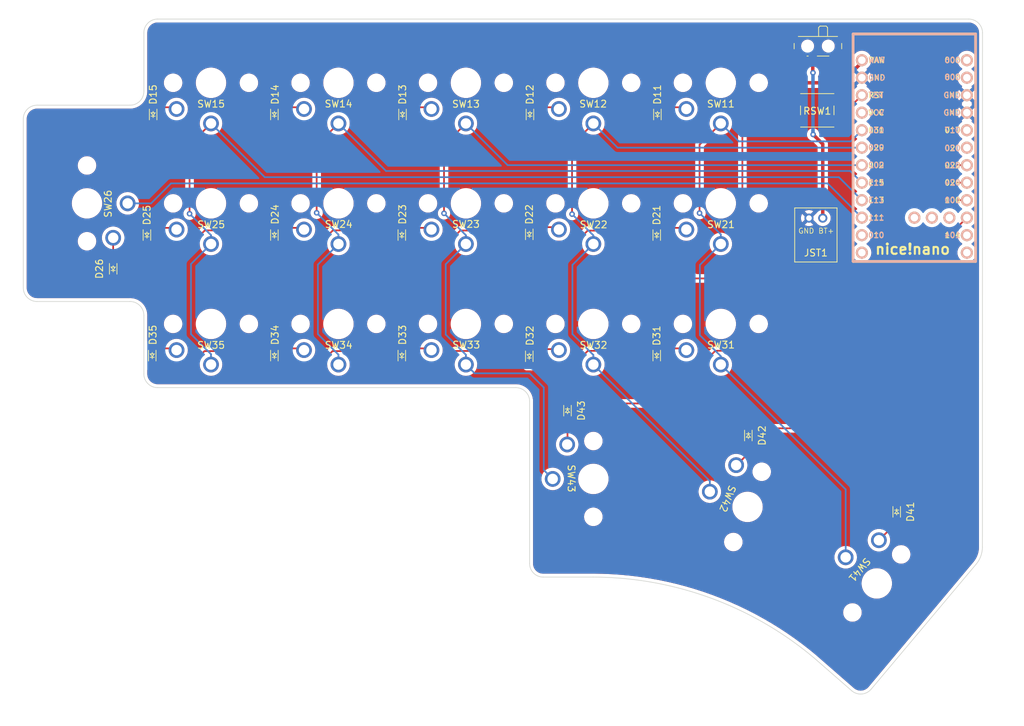
<source format=kicad_pcb>
(kicad_pcb (version 20211014) (generator pcbnew)
  (layers (0 "F.Cu" signal) (31 "B.Cu" signal) (34 "B.Paste" user) (35 "F.Paste" user) (36 "B.SilkS" user "B.Silkscreen") (37 "F.SilkS" user "F.Silkscreen") (38 "B.Mask" user) (39 "F.Mask" user) (44 "Edge.Cuts" user))
  (net 0 "")
  (net 1 "BT+")
  (net 2 "GND")
  (net 3 "row1")
  (net 4 "Net-(D11-Pad2)")
  (net 5 "Net-(D12-Pad2)")
  (net 6 "Net-(D13-Pad2)")
  (net 7 "Net-(D14-Pad2)")
  (net 8 "Net-(D15-Pad2)")
  (net 9 "row2")
  (net 10 "Net-(D21-Pad2)")
  (net 11 "Net-(D22-Pad2)")
  (net 12 "Net-(D23-Pad2)")
  (net 13 "Net-(D24-Pad2)")
  (net 14 "Net-(D25-Pad2)")
  (net 15 "Net-(D26-Pad2)")
  (net 16 "row3")
  (net 17 "Net-(D31-Pad2)")
  (net 18 "Net-(D32-Pad2)")
  (net 19 "Net-(D33-Pad2)")
  (net 20 "Net-(D34-Pad2)")
  (net 21 "Net-(D35-Pad2)")
  (net 22 "row4")
  (net 23 "Net-(D41-Pad2)")
  (net 24 "Net-(D42-Pad2)")
  (net 25 "Net-(D43-Pad2)")
  (net 27 "VCC")
  (net 28 "reset")
  (net 29 "col1")
  (net 30 "col2")
  (net 31 "col3")
  (net 32 "col4")
  (net 33 "col5")
  (net 34 "col6")
  (net 36 "raw")
  (footprint "karn-kicad:kailh-choc-v1-1u-MBK-keycap" (layer "F.Cu") (at 94.5 57.5)
    (fp_text reference "SW24")
    (fp_text value "SW_Push" hide)
  )
  (footprint "karn-kicad:kailh-choc-v1-1u-MBK-keycap" (layer "F.Cu") (at 131.5 57.5)
    (fp_text reference "SW22")
    (fp_text value "SW_Push" hide)
  )
  (footprint "karn-kicad:diode-smd-1N4148X-TP" (layer "F.Cu") (at 140.7 79.5985 90)
    (fp_text reference "D31")
    (fp_text value "D" hide)
  )
  (footprint "karn-kicad:kailh-choc-v1-1_5u-MBK-keycap" (layer "F.Cu") (at 131.5 97.5 -90)
    (fp_text reference "SW43")
    (fp_text value "SW_Push1.5" hide)
  )
  (footprint "karn-kicad:kailh-choc-v1-1u-MBK-keycap" (layer "F.Cu") (at 131.5 40)
    (fp_text reference "SW12")
    (fp_text value "SW_Push" hide)
  )
  (footprint "karn-kicad:diode-smd-1N4148X-TP" (layer "F.Cu") (at 85.2 62.1 90)
    (fp_text reference "D24")
    (fp_text value "D" hide)
  )
  (footprint "karn-kicad:kailh-choc-v1-1u-MBK-keycap" (layer "F.Cu") (at 113 40)
    (fp_text reference "SW13")
    (fp_text value "SW_Push" hide)
  )
  (footprint "karn-kicad:diode-smd-1N4148X-TP" (layer "F.Cu") (at 140.7 62.1 90)
    (fp_text reference "D21")
    (fp_text value "D" hide)
  )
  (footprint "karn-kicad:kailh-choc-v1-1_5u-MBK-keycap" (layer "F.Cu") (at 58.000256 57.5 90)
    (fp_text reference "SW26")
    (fp_text value "SW_Push1.5" hide)
  )
  (footprint "karn-kicad:battery-connector-S2B-PH-K-SLFSN" (layer "F.Cu") (at 162.8 59.639206)
    (fp_text reference "JST1")
    (fp_text value "CONN_S2B-PH-K-S_JST" hide)
  )
  (footprint "nice-nano-kicad-master:nice_nano" (layer "F.Cu") (at 178.212809 49.46675)
    (fp_text reference "U1" hide)
    (fp_text value "nice!nano v2" hide)
  )
  (footprint "karn-kicad:kailh-choc-v1-1u-MBK-keycap" (layer "F.Cu") (at 150 57.5)
    (fp_text reference "SW21")
    (fp_text value "SW_Push" hide)
  )
  (footprint "karn-kicad:kailh-choc-v1-1u-MBK-keycap" (layer "F.Cu") (at 94.5 75)
    (fp_text reference "SW34")
    (fp_text value "SW_Push" hide)
  )
  (footprint "karn-kicad:diode-smd-1N4148X-TP" (layer "F.Cu") (at 85.2 44.6 90)
    (fp_text reference "D14")
    (fp_text value "D" hide)
  )
  (footprint "karn-kicad:kailh-choc-v1-1u-MBK-keycap" (layer "F.Cu") (at 150 75)
    (fp_text reference "SW31")
    (fp_text value "SW_Push" hide)
  )
  (footprint "karn-kicad:diode-smd-1N4148X-TP" (layer "F.Cu") (at 154 91.2 -90)
    (fp_text reference "D42")
    (fp_text value "D" hide)
  )
  (footprint "karn-kicad:diode-smd-1N4148X-TP" (layer "F.Cu") (at 61.8 67 90)
    (fp_text reference "D26")
    (fp_text value "D" hide)
  )
  (footprint "karn-kicad:kailh-choc-v1-1u-MBK-keycap" (layer "F.Cu") (at 76 57.5)
    (fp_text reference "SW25")
    (fp_text value "SW_Push" hide)
  )
  (footprint "karn-kicad:kailh-choc-v1-1_5u-MBK-keycap" (layer "F.Cu") (at 153.879011 101.559149 -112)
    (fp_text reference "SW42")
    (fp_text value "SW_Push1.5" hide)
  )
  (footprint "karn-kicad:kailh-choc-v1-1_5u-MBK-keycap" (layer "F.Cu") (at 172.644734 112.671401 -130)
    (fp_text reference "SW41")
    (fp_text value "SW_Push1.5" hide)
  )
  (footprint "karn-kicad:diode-smd-1N4148X-TP" (layer "F.Cu") (at 67.46943 79.6 90)
    (fp_text reference "D35")
    (fp_text value "D" hide)
  )
  (footprint "karn-kicad:kailh-choc-v1-1u-MBK-keycap" (layer "F.Cu") (at 113 57.5)
    (fp_text reference "SW23")
    (fp_text value "SW_Push" hide)
  )
  (footprint "karn-kicad:kailh-choc-v1-1u-MBK-keycap" (layer "F.Cu") (at 94.5 40)
    (fp_text reference "SW14")
    (fp_text value "SW_Push" hide)
  )
  (footprint "karn-kicad:kailh-choc-v1-1u-MBK-keycap" (layer "F.Cu") (at 113 75)
    (fp_text reference "SW33")
    (fp_text value "SW_Push" hide)
  )
  (footprint "karn-kicad:diode-smd-1N4148X-TP" (layer "F.Cu") (at 127.746341 87.590674 -90)
    (fp_text reference "D43")
    (fp_text value "D" hide)
  )
  (footprint "karn-kicad:diode-smd-1N4148X-TP" (layer "F.Cu") (at 175.529717 102.277786 -90)
    (fp_text reference "D41")
    (fp_text value "D" hide)
  )
  (footprint "karn-kicad:diode-smd-1N4148X-TP" (layer "F.Cu") (at 103.7 79.6 90)
    (fp_text reference "D33")
    (fp_text value "D" hide)
  )
  (footprint "karn-kicad:diode-smd-1N4148X-TP" (layer "F.Cu") (at 122.2 61.9985 90)
    (fp_text reference "D22")
    (fp_text value "D" hide)
  )
  (footprint "karn-kicad:diode-smd-1N4148X-TP" (layer "F.Cu") (at 140.8 44.6 90)
    (fp_text reference "D11")
    (fp_text value "D" hide)
  )
  (footprint "karn-kicad:diode-smd-1N4148X-TP" (layer "F.Cu") (at 103.8 44.6 90)
    (fp_text reference "D13")
    (fp_text value "D" hide)
  )
  (footprint "karn-kicad:diode-smd-1N4148X-TP" (layer "F.Cu") (at 85.2 79.6 90)
    (fp_text reference "D34")
    (fp_text value "D" hide)
  )
  (footprint "karn-kicad:kailh-choc-v1-1u-MBK-keycap" (layer "F.Cu") (at 76 75)
    (fp_text reference "SW35")
    (fp_text value "SW_Push" hide)
  )
  (footprint "karn-kicad:reset-switch-TL3313AF250QG" (layer "F.Cu") (at 164 44)
    (fp_text reference "RSW1")
    (fp_text value "RSW_Push" hide)
  )
  (footprint "karn-kicad:diode-smd-1N4148X-TP" (layer "F.Cu") (at 122.3 44.6 90)
    (fp_text reference "D12")
    (fp_text value "D" hide)
  )
  (footprint "karn-kicad:kailh-choc-v1-1u-MBK-keycap" (layer "F.Cu") (at 131.5 75)
    (fp_text reference "SW32")
    (fp_text value "SW_Push" hide)
  )
  (footprint "Button_Switch_SMD:SW_SPDT_PCM12" (layer "F.Cu") (at 164.1 35 180)
    (fp_text reference "SW_POWER1" hide)
    (fp_text value "SW_SPDT" hide)
  )
  (footprint "karn-kicad:kailh-choc-v1-1u-MBK-keycap" (layer "F.Cu") (at 76 40)
    (fp_text reference "SW15")
    (fp_text value "SW_Push" hide)
  )
  (footprint "karn-kicad:diode-smd-1N4148X-TP" (layer "F.Cu") (at 103.7 62.1 90)
    (fp_text reference "D23")
    (fp_text value "D" hide)
  )
  (footprint "karn-kicad:diode-smd-1N4148X-TP" (layer "F.Cu") (at 122.2 79.7 90)
    (fp_text reference "D32")
    (fp_text value "D" hide)
  )
  (footprint "karn-kicad:kailh-choc-v1-1u-MBK-keycap" (layer "F.Cu") (at 150 40)
    (fp_text reference "SW11")
    (fp_text value "SW_Push" hide)
  )
  (footprint "karn-kicad:diode-smd-1N4148X-TP" (layer "F.Cu") (at 67.598338 44.6 90)
    (fp_text reference "D15")
    (fp_text value "D" hide)
  )
  (footprint "karn-kicad:diode-smd-1N4148X-TP" (layer "F.Cu") (at 66.7 62.1 90)
    (fp_text reference "D25")
    (fp_text value "D" hide)
  )
  (gr_arc (start 68.250287 84.249914) (mid 66.836073 83.664128) (end 66.250287 82.249914) (layer "Edge.Cuts") (width 0.1))
  (gr_line (start 187.070038 109.87051) (end 171.832641 128.012978) (layer "Edge.Cuts") (width 0.1))
  (gr_line (start 64.250287 71.749914) (end 50.750287 71.749914) (layer "Edge.Cuts") (width 0.1))
  (gr_line (start 187.975163 107.370511) (end 187.990287 32.749914) (layer "Edge.Cuts") (width 0.1))
  (gr_line (start 50.750287 43.249914) (end 64.250287 43.249914) (layer "Edge.Cuts") (width 0.1))
  (gr_arc (start 124.220039 111.749914) (mid 122.816468 111.162277) (end 122.250287 109.749914) (layer "Edge.Cuts") (width 0.1))
  (gr_arc (start 187.975163 107.370511) (mid 187.741913 108.699912) (end 187.070038 109.87051) (layer "Edge.Cuts") (width 0.1))
  (gr_line (start 48.750287 69.749914) (end 48.750287 45.249914) (layer "Edge.Cuts") (width 0.1))
  (gr_arc (start 171.832641 128.012978) (mid 170.474862 128.719774) (end 169.014977 128.259492) (layer "Edge.Cuts") (width 0.1))
  (gr_arc (start 66.250287 32.749914) (mid 66.836067 31.335694) (end 68.250287 30.749914) (layer "Edge.Cuts") (width 0.1))
  (gr_arc (start 66.250287 41.249914) (mid 65.664501 42.664128) (end 64.250287 43.249914) (layer "Edge.Cuts") (width 0.1))
  (gr_line (start 66.250287 41.249914) (end 66.250287 32.749914) (layer "Edge.Cuts") (width 0.1))
  (gr_arc (start 120.250287 84.249914) (mid 121.664501 84.8357) (end 122.250287 86.249914) (layer "Edge.Cuts") (width 0.1))
  (gr_line (start 68.250287 30.749914) (end 185.990287 30.749914) (layer "Edge.Cuts") (width 0.1))
  (gr_line (start 131.470039 111.749914) (end 124.220039 111.749914) (layer "Edge.Cuts") (width 0.1))
  (gr_line (start 169.014977 128.259492) (end 163.569817 123.510597) (layer "Edge.Cuts") (width 0.1))
  (gr_arc (start 64.250287 71.749914) (mid 65.664505 72.335696) (end 66.250287 73.749914) (layer "Edge.Cuts") (width 0.1))
  (gr_arc (start 131.470039 111.749914) (mid 148.557152 114.799241) (end 163.569817 123.510597) (layer "Edge.Cuts") (width 0.1))
  (gr_arc (start 50.750287 71.749914) (mid 49.336073 71.164128) (end 48.750287 69.749914) (layer "Edge.Cuts") (width 0.1))
  (gr_arc (start 185.990287 30.749914) (mid 187.404501 31.3357) (end 187.990287 32.749914) (layer "Edge.Cuts") (width 0.1))
  (gr_line (start 122.250287 86.249914) (end 122.250287 109.749914) (layer "Edge.Cuts") (width 0.1))
  (gr_line (start 120.250287 84.249914) (end 68.250287 84.249914) (layer "Edge.Cuts") (width 0.1))
  (gr_line (start 66.250287 82.249914) (end 66.250287 73.749914) (layer "Edge.Cuts") (width 0.1))
  (gr_arc (start 48.750287 45.249914) (mid 49.336064 43.835691) (end 50.750287 43.249914) (layer "Edge.Cuts") (width 0.1))
  (gr_text "BT+" (at 165.3 61.5) (layer "F.SilkS") (effects (font (size 0.75 0.75) (thickness 0.1))))
  (gr_text "GND" (at 162.4 61.5) (layer "F.SilkS") (effects (font (size 0.75 0.75) (thickness 0.1))))
  (segment (start 163.35 36.43) (end 163.35 38.506477) (width 0.5) (layer "F.Cu") (net 1))
  (segment (start 164.800001 48.900001) (end 164.800001 59.639206) (width 0.5) (layer "F.Cu") (net 1))
  (segment (start 163.35 38.506477) (end 163.379892 38.536369) (width 0.5) (layer "F.Cu") (net 1))
  (segment (start 163.4 47.5) (end 164.800001 48.900001) (width 0.5) (layer "F.Cu") (net 1))
  (via (at 163.379892 38.536369) (size 0.8) (drill 0.4) (layers "F.Cu" "B.Cu") (net 1))
  (via (at 163.4 47.5) (size 0.8) (drill 0.4) (layers "F.Cu" "B.Cu") (net 1))
  (segment (start 163.379892 38.536369) (end 163.379892 46.991609) (width 0.5) (layer "B.Cu") (net 1))
  (segment (start 163.379892 47.479892) (end 163.4 47.5) (width 0.5) (layer "B.Cu") (net 1))
  (segment (start 163.379892 46.991609) (end 163.379892 47.479892) (width 0.5) (layer "B.Cu") (net 1))
  (segment (start 122.3 45.6461) (end 115.917724 45.6461) (width 0.25) (layer "F.Cu") (net 3))
  (segment (start 85.2 45.6461) (end 78.840856 45.6461) (width 0.25) (layer "F.Cu") (net 3))
  (segment (start 74.679761 43.941448) (end 72.975109 45.6461) (width 0.25) (layer "F.Cu") (net 3))
  (segment (start 72.975109 45.6461) (end 67.598338 45.6461) (width 0.25) (layer "F.Cu") (net 3))
  (segment (start 148.775397 43.924603) (end 147.0539 45.6461) (width 0.25) (layer "F.Cu") (net 3))
  (segment (start 97.391665 45.6461) (end 103.8 45.6461) (width 0.25) (layer "F.Cu") (net 3))
  (segment (start 85.2 45.6461) (end 91.924638 45.6461) (width 0.25) (layer "F.Cu") (net 3))
  (segment (start 93.665067 43.905671) (end 95.651236 43.905671) (width 0.25) (layer "F.Cu") (net 3))
  (segment (start 140.8 45.6461) (end 134.369925 45.6461) (width 0.25) (layer "F.Cu") (net 3))
  (segment (start 110.012271 45.6461) (end 103.8 45.6461) (width 0.25) (layer "F.Cu") (net 3))
  (segment (start 185.72 51.95675) (end 179.63179 51.95675) (width 0.25) (layer "F.Cu") (net 3))
  (segment (start 153.133376 65.276636) (end 153.133376 46.075126) (width 0.25) (layer "F.Cu") (net 3))
  (segment (start 91.924638 45.6461) (end 93.665067 43.905671) (width 0.25) (layer "F.Cu") (net 3))
  (segment (start 111.737711 43.92066) (end 110.012271 45.6461) (width 0.25) (layer "F.Cu") (net 3))
  (segment (start 132.655655 43.93183) (end 130.305767 43.93183) (width 0.25) (layer "F.Cu") (net 3))
  (segment (start 179.63179 51.95675) (end 173.868398 57.720142) (width 0.25) (layer "F.Cu") (net 3))
  (segment (start 78.840856 45.6461) (end 77.136204 43.941448) (width 0.25) (layer "F.Cu") (net 3))
  (segment (start 95.651236 43.905671) (end 97.391665 45.6461) (width 0.25) (layer "F.Cu") (net 3))
  (segment (start 150.982854 43.924603) (end 148.775397 43.924603) (width 0.25) (layer "F.Cu") (net 3))
  (segment (start 153.133376 46.075126) (end 150.982854 43.924603) (width 0.25) (layer "F.Cu") (net 3))
  (segment (start 155.111162 67.254422) (end 153.133376 65.276636) (width 0.25) (layer "F.Cu") (net 3))
  (segment (start 130.305767 43.93183) (end 128.591497 45.6461) (width 0.25) (layer "F.Cu") (net 3))
  (segment (start 173.13509 67.254422) (end 155.111162 67.254422) (width 0.25) (layer "F.Cu") (net 3))
  (segment (start 147.0539 45.6461) (end 140.8 45.6461) (width 0.25) (layer "F.Cu") (net 3))
  (segment (start 173.868398 57.720142) (end 173.868398 66.521114) (width 0.25) (layer "F.Cu") (net 3))
  (segment (start 173.868398 66.521114) (end 173.13509 67.254422) (width 0.25) (layer "F.Cu") (net 3))
  (segment (start 134.369925 45.6461) (end 132.655655 43.93183) (width 0.25) (layer "F.Cu") (net 3))
  (segment (start 128.591497 45.6461) (end 122.3 45.6461) (width 0.25) (layer "F.Cu") (net 3))
  (segment (start 114.192284 43.92066) (end 111.737711 43.92066) (width 0.25) (layer "F.Cu") (net 3))
  (segment (start 115.917724 45.6461) (end 114.192284 43.92066) (width 0.25) (layer "F.Cu") (net 3))
  (segment (start 77.136204 43.941448) (end 74.679761 43.941448) (width 0.25) (layer "F.Cu") (net 3))
  (segment (start 144.7539 43.5539) (end 140.8 43.5539) (width 0.25) (layer "F.Cu") (net 4))
  (segment (start 145 43.8) (end 144.7539 43.5539) (width 0.25) (layer "F.Cu") (net 4))
  (segment (start 126.2539 43.5539) (end 122.3 43.5539) (width 0.25) (layer "F.Cu") (net 5))
  (segment (start 126.5 43.8) (end 126.2539 43.5539) (width 0.25) (layer "F.Cu") (net 5))
  (segment (start 108 43.8) (end 107.7539 43.5539) (width 0.25) (layer "F.Cu") (net 6))
  (segment (start 107.7539 43.5539) (end 103.8 43.5539) (width 0.25) (layer "F.Cu") (net 6))
  (segment (start 89.5 43.8) (end 89.2539 43.5539) (width 0.25) (layer "F.Cu") (net 7))
  (segment (start 89.2539 43.5539) (end 85.2 43.5539) (width 0.25) (layer "F.Cu") (net 7))
  (segment (start 70.7539 43.5539) (end 67.598338 43.5539) (width 0.25) (layer "F.Cu") (net 8))
  (segment (start 71 43.8) (end 70.7539 43.5539) (width 0.25) (layer "F.Cu") (net 8))
  (segment (start 110.615036 63.015036) (end 112.192109 61.437963) (width 0.25) (layer "F.Cu") (net 9))
  (segment (start 112.192109 61.437963) (end 114.294923 61.437963) (width 0.25) (layer "F.Cu") (net 9))
  (segment (start 78.779196 63.1461) (end 77.0515 61.418404) (width 0.25) (layer "F.Cu") (net 9))
  (segment (start 132.631362 61.4524) (end 130.672649 61.4524) (width 0.25) (layer "F.Cu") (net 9))
  (segment (start 75.10673 61.418404) (end 73.562567 62.962567) (width 0.25) (layer "F.Cu") (net 9))
  (segment (start 175.037621 58.274862) (end 175.037621 67.506719) (width 0.25) (layer "F.Cu") (net 9))
  (segment (start 73.379034 63.1461) (end 73.562567 62.962567) (width 0.25) (layer "F.Cu") (net 9))
  (segment (start 130.672649 61.4524) (end 129.112525 63.012525) (width 0.25) (layer "F.Cu") (net 9))
  (segment (start 66.7 63.1461) (end 73.379034 63.1461) (width 0.25) (layer "F.Cu") (net 9))
  (segment (start 85.2 63.1461) (end 78.779196 63.1461) (width 0.25) (layer "F.Cu") (net 9))
  (segment (start 174.145993 68.398347) (end 146.199847 68.398347) (width 0.25) (layer "F.Cu") (net 9))
  (segment (start 114.294923 61.437963) (end 115.90156 63.0446) (width 0.25) (layer "F.Cu") (net 9))
  (segment (start 185.72 54.49675) (end 178.815733 54.49675) (width 0.25) (layer "F.Cu") (net 9))
  (segment (start 103.7 63.1461) (end 110.483972 63.1461) (width 0.25) (layer "F.Cu") (net 9))
  (segment (start 134.325062 63.1461) (end 132.631362 61.4524) (width 0.25) (layer "F.Cu") (net 9))
  (segment (start 103.7 63.1461) (end 97.36163 63.1461) (width 0.25) (layer "F.Cu") (net 9))
  (segment (start 65.2 67.2) (end 65.2 63.7) (width 0.25) (layer "F.Cu") (net 9))
  (segment (start 77.0515 61.418404) (end 75.10673 61.418404) (width 0.25) (layer "F.Cu") (net 9))
  (segment (start 129.08045 63.0446) (end 129.112525 63.012525) (width 0.25) (layer "F.Cu") (net 9))
  (segment (start 97.36163 63.1461) (end 95.634206 61.418676) (width 0.25) (layer "F.Cu") (net 9))
  (segment (start 122.2 63.0446) (end 129.08045 63.0446) (width 0.25) (layer "F.Cu") (net 9))
  (segment (start 115.90156 63.0446) (end 122.2 63.0446) (width 0.25) (layer "F.Cu") (net 9))
  (segment (start 95.634206 61.418676) (end 93.683819 61.418676) (width 0.25) (layer "F.Cu") (net 9))
  (segment (start 140.7 63.1461) (end 134.325062 63.1461) (width 0.25) (layer "F.Cu") (net 9))
  (segment (start 93.683819 61.418676) (end 91.956395 63.1461) (width 0.25) (layer "F.Cu") (net 9))
  (segment (start 65.7539 63.1461) (end 66.7 63.1461) (width 0.25) (layer "F.Cu") (net 9))
  (segment (start 61.8 68.0461) (end 64.3539 68.0461) (width 0.25) (layer "F.Cu") (net 9))
  (segment (start 91.956395 63.1461) (end 85.2 63.1461) (width 0.25) (layer "F.Cu") (net 9))
  (segment (start 64.3539 68.0461) (end 65.2 67.2) (width 0.25) (layer "F.Cu") (net 9))
  (segment (start 140.7 63.1461) (end 140.9476 63.1461) (width 0.25) (layer "F.Cu") (net 9))
  (segment (start 65.2 63.7) (end 65.7539 63.1461) (width 0.25) (layer "F.Cu") (net 9))
  (segment (start 178.815733 54.49675) (end 175.037621 58.274862) (width 0.25) (layer "F.Cu") (net 9))
  (segment (start 110.483972 63.1461) (end 110.615036 63.015036) (width 0.25) (layer "F.Cu") (net 9))
  (segment (start 175.037621 67.506719) (end 174.145993 68.398347) (width 0.25) (layer "F.Cu") (net 9))
  (segment (start 140.9476 63.1461) (end 146.199847 68.398347) (width 0.25) (layer "F.Cu") (net 9))
  (segment (start 144.7539 61.0539) (end 145 61.3) (width 0.25) (layer "F.Cu") (net 10))
  (segment (start 140.7 61.0539) (end 144.7539 61.0539) (width 0.25) (layer "F.Cu") (net 10))
  (segment (start 122.2 60.9524) (end 126.1524 60.9524) (width 0.25) (layer "F.Cu") (net 11))
  (segment (start 126.1524 60.9524) (end 126.5 61.3) (width 0.25) (layer "F.Cu") (net 11))
  (segment (start 103.7 61.0539) (end 107.7539 61.0539) (width 0.25) (layer "F.Cu") (net 12))
  (segment (start 107.7539 61.0539) (end 108 61.3) (width 0.25) (layer "F.Cu") (net 12))
  (segment (start 85.2 61.0539) (end 89.2539 61.0539) (width 0.25) (layer "F.Cu") (net 13))
  (segment (start 89.2539 61.0539) (end 89.5 61.3) (width 0.25) (layer "F.Cu") (net 13))
  (segment (start 70.7539 61.0539) (end 71 61.3) (width 0.25) (layer "F.Cu") (net 14))
  (segment (start 66.7 61.0539) (end 70.7539 61.0539) (width 0.25) (layer "F.Cu") (net 14))
  (segment (start 61.8 62.500256) (end 61.800256 62.5) (width 0.25) (layer "F.Cu") (net 15))
  (segment (start 61.8 65.9539) (end 61.8 62.500256) (width 0.25) (layer "F.Cu") (net 15))
  (segment (start 111.429404 78.924609) (end 109.727007 80.627007) (width 0.25) (layer "F.Cu") (net 16))
  (segment (start 85.2 80.6461) (end 91.93468 80.6461) (width 0.25) (layer "F.Cu") (net 16))
  (segment (start 103.7 80.6461) (end 97.339779 80.6461) (width 0.25) (layer "F.Cu") (net 16))
  (segment (start 185.72 57.03675) (end 177.887028 57.03675) (width 0.25) (layer "F.Cu") (net 16))
  (segment (start 176.185618 58.73816) (end 176.185618 74.649708) (width 0.25) (layer "F.Cu") (net 16))
  (segment (start 140.7 80.6446) (end 147.458188 80.6446) (width 0.25) (layer "F.Cu") (net 16))
  (segment (start 140.7 80.6446) (end 134.368857 80.6446) (width 0.25) (layer "F.Cu") (net 16))
  (segment (start 103.643063 80.455437) (end 103.7 80.3985) (width 0.25) (layer "F.Cu") (net 16))
  (segment (start 115.739188 80.7461) (end 113.917697 78.924609) (width 0.25) (layer "F.Cu") (net 16))
  (segment (start 147.458188 80.6446) (end 147.501394 80.601394) (width 0.25) (layer "F.Cu") (net 16))
  (segment (start 103.757284 80.456196) (end 103.7 80.398912) (width 0.25) (layer "F.Cu") (net 16))
  (segment (start 73.35732 80.6461) (end 73.50171 80.50171) (width 0.25) (layer "F.Cu") (net 16))
  (segment (start 97.339779 80.6461) (end 95.639121 78.945442) (width 0.25) (layer "F.Cu") (net 16))
  (segment (start 103.7 80.398912) (end 103.7 80.3985) (width 0.25) (layer "F.Cu") (net 16))
  (segment (start 130.695739 78.907595) (end 129.001667 80.601667) (width 0.25) (layer "F.Cu") (net 16))
  (segment (start 113.917697 78.924609) (end 111.429404 78.924609) (width 0.25) (layer "F.Cu") (net 16))
  (segment (start 171.941836 78.89349) (end 149.209297 78.89349) (width 0.25) (layer "F.Cu") (net 16))
  (segment (start 176.185618 74.649708) (end 171.941836 78.89349) (width 0.25) (layer "F.Cu") (net 16))
  (segment (start 75.058087 78.945332) (end 77.046324 78.945332) (width 0.25) (layer "F.Cu") (net 16))
  (segment (start 103.7 80.6461) (end 109.707914 80.6461) (width 0.25) (layer "F.Cu") (net 16))
  (segment (start 73.50171 80.50171) (end 75.058087 78.945332) (width 0.25) (layer "F.Cu") (net 16))
  (segment (start 122.2 80.7461) (end 115.739188 80.7461) (width 0.25) (layer "F.Cu") (net 16))
  (segment (start 77.046324 78.945332) (end 78.747092 80.6461) (width 0.25) (layer "F.Cu") (net 16))
  (segment (start 93.635338 78.945442) (end 91.99039 80.59039) (width 0.25) (layer "F.Cu") (net 16))
  (segment (start 78.747092 80.6461) (end 85.2 80.6461) (width 0.25) (layer "F.Cu") (net 16))
  (segment (start 128.857234 80.7461) (end 129.001667 80.601667) (width 0.25) (layer "F.Cu") (net 16))
  (segment (start 177.887028 57.03675) (end 176.185618 58.73816) (width 0.25) (layer "F.Cu") (net 16))
  (segment (start 132.631852 78.907595) (end 130.695739 78.907595) (width 0.25) (layer "F.Cu") (net 16))
  (segment (start 67.46943 80.6461) (end 73.35732 80.6461) (width 0.25) (layer "F.Cu") (net 16))
  (segment (start 109.707914 80.6461) (end 109.727007 80.627007) (width 0.25) (layer "F.Cu") (net 16))
  (segment (start 95.639121 78.945442) (end 93.635338 78.945442) (width 0.25) (layer "F.Cu") (net 16))
  (segment (start 134.368857 80.6446) (end 132.631852 78.907595) (width 0.25) (layer "F.Cu") (net 16))
  (segment (start 149.209297 78.89349) (end 147.501394 80.601394) (width 0.25) (layer "F.Cu") (net 16))
  (segment (start 122.2 80.7461) (end 128.857234 80.7461) (width 0.25) (layer "F.Cu") (net 16))
  (segment (start 91.93468 80.6461) (end 91.99039 80.59039) (width 0.25) (layer "F.Cu") (net 16))
  (segment (start 144.7524 78.5524) (end 145 78.8) (width 0.25) (layer "F.Cu") (net 17))
  (segment (start 140.7 78.5524) (end 144.7524 78.5524) (width 0.25) (layer "F.Cu") (net 17))
  (segment (start 122.2 78.6539) (end 126.3539 78.6539) (width 0.25) (layer "F.Cu") (net 18))
  (segment (start 126.3539 78.6539) (end 126.5 78.8) (width 0.25) (layer "F.Cu") (net 18))
  (segment (start 107.7539 78.5539) (end 108 78.8) (width 0.25) (layer "F.Cu") (net 19))
  (segment (start 103.7 78.5539) (end 107.7539 78.5539) (width 0.25) (layer "F.Cu") (net 19))
  (segment (start 89.2539 78.5539) (end 89.5 78.8) (width 0.25) (layer "F.Cu") (net 20))
  (segment (start 85.2 78.5539) (end 89.2539 78.5539) (width 0.25) (layer "F.Cu") (net 20))
  (segment (start 70.7539 78.5539) (end 71 78.8) (width 0.25) (layer "F.Cu") (net 21))
  (segment (start 67.46943 78.5539) (end 70.7539 78.5539) (width 0.25) (layer "F.Cu") (net 21))
  (segment (start 154 90.1539) (end 164.204331 90.1539) (width 0.25) (layer "F.Cu") (net 22))
  (segment (start 175.529717 101.231686) (end 176.933729 101.231686) (width 0.25) (layer "F.Cu") (net 22))
  (segment (start 164.204331 90.1539) (end 175.529717 101.479286) (width 0.25) (layer "F.Cu") (net 22))
  (segment (start 177.279253 100.886162) (end 177.279253 68.017497) (width 0.25) (layer "F.Cu") (net 22))
  (segment (start 127.746341 86.544574) (end 150.390674 86.544574) (width 0.25) (layer "F.Cu") (net 22))
  (segment (start 150.390674 86.544574) (end 154 90.1539) (width 0.25) (layer "F.Cu") (net 22))
  (segment (start 176.933729 101.231686) (end 177.279253 100.886162) (width 0.25) (layer "F.Cu") (net 22))
  (segment (start 177.279253 68.017497) (end 185.72 59.57675) (width 0.25) (layer "F.Cu") (net 22))
  (segment (start 175.529717 103.076286) (end 175.529717 103.816572) (width 0.25) (layer "F.Cu") (net 23))
  (segment (start 175.529717 103.816572) (end 172.947703 106.398586) (width 0.25) (layer "F.Cu") (net 23))
  (segment (start 175.529717 103.323886) (end 175.529717 103.816572) (width 0.25) (layer "F.Cu") (net 23))
  (segment (start 154 93.79031) (end 151.849734 95.940576) (width 0.25) (layer "F.Cu") (net 24))
  (segment (start 154 92.2461) (end 154 93.79031) (width 0.25) (layer "F.Cu") (net 24))
  (segment (start 127.751599 92.448401) (end 127.7 92.5) (width 0.25) (layer "F.Cu") (net 25))
  (segment (start 127.746341 92.453659) (end 127.7 92.5) (width 0.25) (layer "F.Cu") (net 25))
  (segment (start 127.746341 88.636774) (end 127.746341 92.453659) (width 0.25) (layer "F.Cu") (net 25))
  (segment (start 166.927149 45.349601) (end 170.48 41.79675) (width 0.25) (layer "F.Cu") (net 28))
  (segment (start 166.927149 45.5) (end 166.927149 45.349601) (width 0.25) (layer "F.Cu") (net 28))
  (segment (start 146.914906 48.985094) (end 146.914906 58.911655) (width 0.25) (layer "F.Cu") (net 29))
  (segment (start 150 45.9) (end 146.914906 48.985094) (width 0.25) (layer "F.Cu") (net 29))
  (via (at 146.914906 58.911655) (size 0.8) (drill 0.4) (layers "F.Cu" "B.Cu") (net 29))
  (segment (start 170.48 46.87675) (end 168.854925 48.501825) (width 0.25) (layer "B.Cu") (net 29))
  (segment (start 152.601825 48.501825) (end 150 45.9) (width 0.25) (layer "B.Cu") (net 29))
  (segment (start 146.914906 58.911655) (end 150 61.996749) (width 0.25) (layer "B.Cu") (net 29))
  (segment (start 146.960877 76.643195) (end 150 79.682318) (width 0.25) (layer "B.Cu") (net 29))
  (segment (start 150 61.996749) (end 150 63.4) (width 0.25) (layer "B.Cu") (net 29))
  (segment (start 150 79.682318) (end 150 80.9) (width 0.25) (layer "B.Cu") (net 29))
  (segment (start 168.125072 99.025072) (end 168.125072 108.878954) (width 0.25) (layer "B.Cu") (net 29))
  (segment (start 168.854925 48.501825) (end 152.601825 48.501825) (width 0.25) (layer "B.Cu") (net 29))
  (segment (start 146.960877 66.439123) (end 146.960877 76.643195) (width 0.25) (layer "B.Cu") (net 29))
  (segment (start 150 80.9) (end 168.125072 99.025072) (width 0.25) (layer "B.Cu") (net 29))
  (segment (start 150 63.4) (end 146.960877 66.439123) (width 0.25) (layer "B.Cu") (net 29))
  (segment (start 128.40709 48.99291) (end 128.40709 59.059238) (width 0.25) (layer "F.Cu") (net 30))
  (segment (start 131.5 45.9) (end 128.40709 48.99291) (width 0.25) (layer "F.Cu") (net 30))
  (via (at 128.40709 59.059238) (size 0.8) (drill 0.4) (layers "F.Cu" "B.Cu") (net 30))
  (segment (start 128.462045 76.472305) (end 131.5 79.51026) (width 0.25) (layer "B.Cu") (net 30))
  (segment (start 131.5 80.9) (end 148.408626 97.808626) (width 0.25) (layer "B.Cu") (net 30))
  (segment (start 131.5 62.152148) (end 131.5 63.4) (width 0.25) (layer "B.Cu") (net 30))
  (segment (start 131.5 63.4) (end 128.462045 66.437955) (width 0.25) (layer "B.Cu") (net 30))
  (segment (start 131.5 79.51026) (end 131.5 80.9) (width 0.25) (layer "B.Cu") (net 30))
  (segment (start 131.5 45.9) (end 135.01675 49.41675) (width 0.25) (layer "B.Cu") (net 30))
  (segment (start 135.01675 49.41675) (end 170.78 49.41675) (width 0.25) (layer "B.Cu") (net 30))
  (segment (start 128.462045 66.437955) (end 128.462045 76.472305) (width 0.25) (layer "B.Cu") (net 30))
  (segment (start 148.408626 97.808626) (end 148.408626 99.34897) (width 0.25) (layer "B.Cu") (net 30))
  (segment (start 128.40709 59.059238) (end 131.5 62.152148) (width 0.25) (layer "B.Cu") (net 30))
  (segment (start 109.822724 49.077276) (end 109.822724 58.949488) (width 0.25) (layer "F.Cu") (net 31))
  (segment (start 113 45.9) (end 109.822724 49.077276) (width 0.25) (layer "F.Cu") (net 31))
  (via (at 109.822724 58.949488) (size 0.8) (drill 0.4) (layers "F.Cu" "B.Cu") (net 31))
  (segment (start 113 62.126764) (end 113 63.4) (width 0.25) (layer "B.Cu") (net 31))
  (segment (start 113 45.9) (end 119.05675 51.95675) (width 0.25) (layer "B.Cu") (net 31))
  (segment (start 109.822724 58.949488) (end 113 62.126764) (width 0.25) (layer "B.Cu") (net 31))
  (segment (start 110.069807 66.330193) (end 110.069807 76.54929) (width 0.25) (layer "B.Cu") (net 31))
  (segment (start 124.305279 84.228963) (end 124.305279 96.205279) (width 0.25) (layer "B.Cu") (net 31))
  (segment (start 113 80.9) (end 114.266422 82.166422) (width 0.25) (layer "B.Cu") (net 31))
  (segment (start 124.305279 96.205279) (end 125.6 97.5) (width 0.25) (layer "B.Cu") (net 31))
  (segment (start 119.05675 51.95675) (end 170.78 51.95675) (width 0.25) (layer "B.Cu") (net 31))
  (segment (start 110.069807 76.54929) (end 113 79.479483) (width 0.25) (layer "B.Cu") (net 31))
  (segment (start 122.242738 82.166422) (end 124.305279 84.228963) (width 0.25) (layer "B.Cu") (net 31))
  (segment (start 114.266422 82.166422) (end 122.242738 82.166422) (width 0.25) (layer "B.Cu") (net 31))
  (segment (start 113 63.4) (end 110.069807 66.330193) (width 0.25) (layer "B.Cu") (net 31))
  (segment (start 113 79.479483) (end 113 80.9) (width 0.25) (layer "B.Cu") (net 31))
  (segment (start 91.334186 49.065814) (end 91.334186 58.869191) (width 0.25) (layer "F.Cu") (net 32))
  (segment (start 94.5 45.9) (end 91.334186 49.065814) (width 0.25) (layer "F.Cu") (net 32))
  (via (at 91.334186 58.869191) (size 0.8) (drill 0.4) (layers "F.Cu" "B.Cu") (net 32))
  (segment (start 94.5 79.461843) (end 94.5 80.9) (width 0.25) (layer "B.Cu") (net 32))
  (segment (start 91.517506 66.382494) (end 91.517506 76.479349) (width 0.25) (layer "B.Cu") (net 32))
  (segment (start 94.5 62.035005) (end 94.5 63.4) (width 0.25) (layer "B.Cu") (net 32))
  (segment (start 91.334186 58.869191) (end 94.5 62.035005) (width 0.25) (layer "B.Cu") (net 32))
  (segment (start 94.5 63.4) (end 91.517506 66.382494) (width 0.25) (layer "B.Cu") (net 32))
  (segment (start 94.5 45.9) (end 101.4 52.8) (width 0.25) (layer "B.Cu") (net 32))
  (segment (start 101.4 52.8) (end 168.78325 52.8) (width 0.25) (layer "B.Cu") (net 32))
  (segment (start 168.78325 52.8) (end 170.48 54.49675) (width 0.25) (layer "B.Cu") (net 32))
  (segment (start 91.517506 76.479349) (end 94.5 79.461843) (width 0.25) (layer "B.Cu") (net 32))
  (segment (start 76 45.9) (end 72.886259 49.013741) (width 0.25) (layer "F.Cu") (net 33))
  (segment (start 72.886259 49.013741) (end 72.886259 59.004863) (width 0.25) (layer "F.Cu") (net 33))
  (via (at 72.886259 59.004863) (size 0.8) (drill 0.4) (layers "F.Cu" "B.Cu") (net 33))
  (segment (start 76 63.4) (end 73.090009 66.309991) (width 0.25) (layer "B.Cu") (net 33))
  (segment (start 73.090009 66.309991) (end 73.090009 76.479349) (width 0.25) (layer "B.Cu") (net 33))
  (segment (start 73.090009 76.479349) (end 76 79.38934) (width 0.25) (layer "B.Cu") (net 33))
  (segment (start 76 62.118604) (end 76 63.4) (width 0.25) (layer "B.Cu") (net 33))
  (segment (start 167.14325 53.7) (end 170.48 57.03675) (width 0.25) (layer "B.Cu") (net 33))
  (segment (start 72.886259 59.004863) (end 76 62.118604) (width 0.25) (layer "B.Cu") (net 33))
  (segment (start 76 79.38934) (end 76 80.9) (width 0.25) (layer "B.Cu") (net 33))
  (segment (start 76 45.9) (end 83.8 53.7) (width 0.25) (layer "B.Cu") (net 33))
  (segment (start 83.8 53.7) (end 167.14325 53.7) (width 0.25) (layer "B.Cu") (net 33))
  (segment (start 70.2 54.6) (end 165.50325 54.6) (width 0.25) (layer "B.Cu") (net 34))
  (segment (start 165.50325 54.6) (end 170.48 59.57675) (width 0.25) (layer "B.Cu") (net 34))
  (segment (start 63.900256 57.5) (end 67.3 57.5) (width 0.25) (layer "B.Cu") (net 34))
  (segment (start 67.3 57.5) (end 70.2 54.6) (width 0.25) (layer "B.Cu") (net 34))
  (segment (start 161.85 36.43) (end 161.85 39.35) (width 0.5) (layer "F.Cu") (net 36))
  (segment (start 161.85 39.35) (end 162.5 40) (width 0.5) (layer "F.Cu") (net 36))
  (segment (start 162.5 40) (end 167.49675 40) (width 0.5) (layer "F.Cu") (net 36))
  (segment (start 167.49675 40) (end 170.78 36.71675) (width 0.5) (layer "F.Cu") (net 36))
  (zone (net 2) (net_name "GND") (layer "F.Cu") (connect_pads (clearance 0.5)) (min_thickness 0.254) (fill yes (thermal_gap 0.508) (thermal_bridge_width 0.508))
    (polygon (pts (xy 194.014938 132.760656) (xy 45.385615 133.351033) (xy 45.370677 27.980433) (xy 194 27.980432)))
  )
  (zone (net 2) (net_name "GND") (layer "B.Cu") (connect_pads (clearance 0.5)) (min_thickness 0.254) (fill yes (thermal_gap 0.508) (thermal_bridge_width 0.508))
    (polygon (pts (xy 194.014934 132.759687) (xy 45.385612 133.350064) (xy 45.370678 27.980433) (xy 194 27.980432)))
  )
)
</source>
